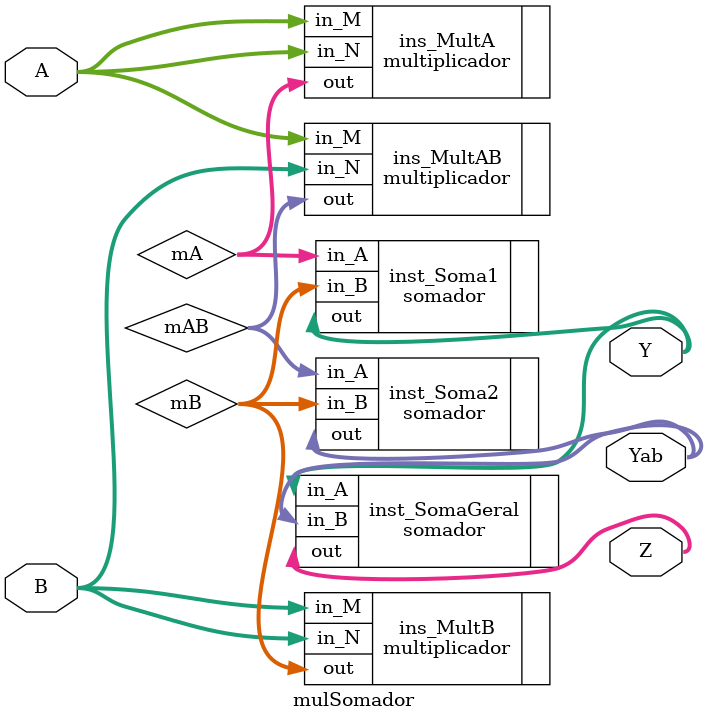
<source format=v>
module mulSomador(
						input [1:0] A,B,
						output [6:0] Y, Yab,
						output [6:0] Z
						);
						
wire [3:0] mA, mB, mAB;
						
multiplicador ins_MultA(
								.in_M(A),
								.in_N(A),
								.out(mA)
								);
							
							
multiplicador ins_MultB(
								.in_M(B),
								.in_N(B),
								.out(mB)
								);
							
somador inst_Soma1(
						.in_A(mA),
						.in_B(mB),
						.out(Y)
						);
					

multiplicador ins_MultAB(
								.in_M(A),
								.in_N(B),
								.out(mAB)
								);
							
somador inst_Soma2(
						.in_A(mAB),
						.in_B(mB),
						.out(Yab)
						);
					
somador inst_SomaGeral(
							.in_A(Y),
							.in_B(Yab),
							.out(Z)
							);
								

						
endmodule

</source>
